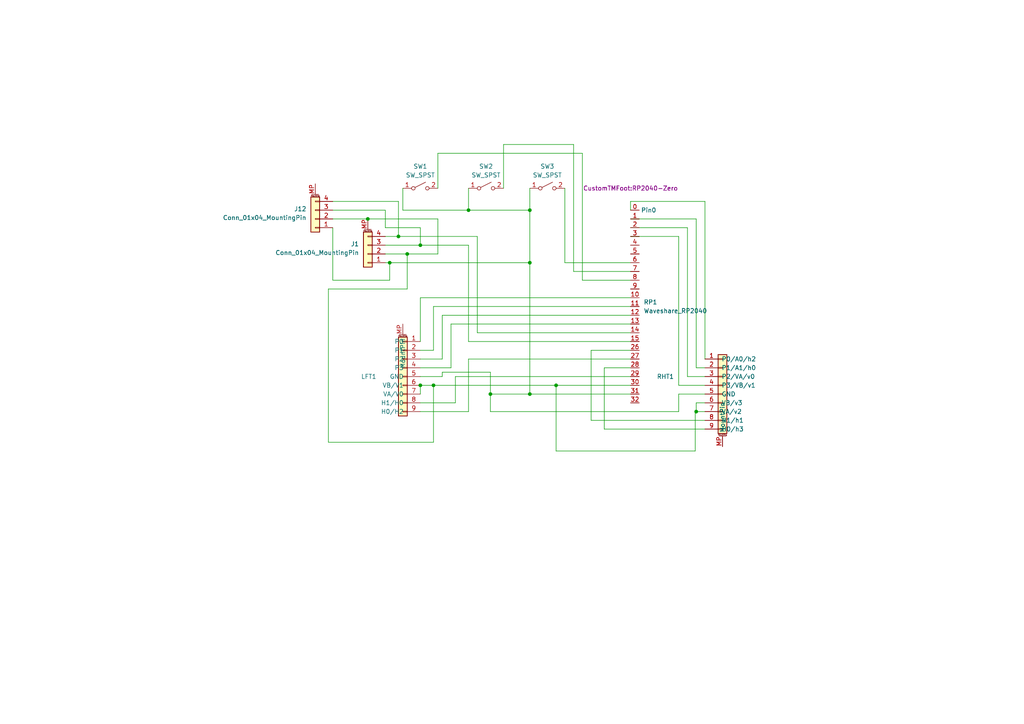
<source format=kicad_sch>
(kicad_sch (version 20211123) (generator eeschema)
  (paper "A4")
  (lib_symbols
    (symbol "Conn_01x09_MountingPin_1" (pin_names (offset 1.016))
      (property "Reference" "J2" (at -19.05 5.08 0))
      (property "Value" "Conn_01x09_MountingPin" (at 7.62 -13.97 0))
      (symbol "Conn_01x09_MountingPin_1_1_1"
        (rectangle (start -1.27 -10.033) (end 0 -10.287) (stroke (width 0.1524)))
        (rectangle (start -1.27 -7.493) (end 0 -7.747) (stroke (width 0.1524)))
        (rectangle (start -1.27 -4.953) (end 0 -5.207) (stroke (width 0.1524)))
        (rectangle (start -1.27 -2.413) (end 0 -2.667) (stroke (width 0.1524)))
        (rectangle (start -1.27 0.127) (end 0 -0.127) (stroke (width 0.1524)))
        (rectangle (start -1.27 2.667) (end 0 2.413) (stroke (width 0.1524)))
        (rectangle (start -1.27 5.207) (end 0 4.953) (stroke (width 0.1524)))
        (rectangle (start -1.27 7.747) (end 0 7.493) (stroke (width 0.1524)))
        (rectangle (start -1.27 10.287) (end 0 10.033) (stroke (width 0.1524)))
        (rectangle (start -1.27 11.43) (end 1.27 -11.43) (stroke (width 0.254)) (fill (type background)))
        (polyline (pts (xy -1.016 -12.192) (xy 1.016 -12.192)) (stroke (width 0.1524)))
        (text "Mounting" (at 0 -11.811 0) (effects (font (size 0.381 0.381))))
        (pin passive line (at -5.08 10.16 0) (length 3.81) (name "P0/A0/h2") (number "1"))
        (pin passive line (at -5.08 7.62 0) (length 3.81) (name "P1/A1/h0") (number "2"))
        (pin passive line (at -5.08 5.08 0) (length 3.81) (name "P2/VA/v0") (number "3"))
        (pin passive line (at -5.08 2.54 0) (length 3.81) (name "P3/VB/v1") (number "4"))
        (pin passive line (at -5.08 0 0) (length 3.81) (name "GND") (number "5"))
        (pin passive line (at -5.08 -2.54 0) (length 3.81) (name "VB/v3") (number "6"))
        (pin passive line (at -5.08 -5.08 0) (length 3.81) (name "VA/v2") (number "7"))
        (pin passive line (at -5.08 -7.62 0) (length 3.81) (name "H1/h1") (number "8"))
        (pin passive line (at -5.08 -10.16 0) (length 3.81) (name "H0/h3") (number "9"))
        (pin passive line (at 0 -15.24 90) (length 3.048) (name "MountPin") (number "MP"))
      )
    )
    (symbol "Connector_Generic_MountingPin:Conn_01x04_MountingPin" (pin_names (offset 1.016) hide)
      (property "Reference" "J" (at 0 5.08 0))
      (property "Value" "Conn_01x04_MountingPin" (at 1.27 -7.62 0))
      (symbol "Conn_01x04_MountingPin_1_1"
        (rectangle (start -1.27 -4.953) (end 0 -5.207) (stroke (width 0.1524)))
        (rectangle (start -1.27 -2.413) (end 0 -2.667) (stroke (width 0.1524)))
        (rectangle (start -1.27 0.127) (end 0 -0.127) (stroke (width 0.1524)))
        (rectangle (start -1.27 2.667) (end 0 2.413) (stroke (width 0.1524)))
        (rectangle (start -1.27 3.81) (end 1.27 -6.35) (stroke (width 0.254)) (fill (type background)))
        (polyline (pts (xy -1.016 -7.112) (xy 1.016 -7.112)) (stroke (width 0.1524)))
        (text "Mounting" (at 0 -6.731 0) (effects (font (size 0.381 0.381))))
        (pin passive line (at -5.08 2.54 0) (length 3.81) (name "Pin_1") (number "1"))
        (pin passive line (at -5.08 0 0) (length 3.81) (name "Pin_2") (number "2"))
        (pin passive line (at -5.08 -2.54 0) (length 3.81) (name "Pin_3") (number "3"))
        (pin passive line (at -5.08 -5.08 0) (length 3.81) (name "Pin_4") (number "4"))
        (pin passive line (at 0 -10.16 90) (length 3.048) (name "MountPin") (number "MP"))
      )
    )
    (symbol "Connector_Generic_MountingPin:Conn_01x09_MountingPin" (pin_names (offset 1.016))
      (property "Reference" "LFT1" (at 7.62 0 0))
      (symbol "Conn_01x09_MountingPin_1_1"
        (rectangle (start -1.27 -10.033) (end 0 -10.287) (stroke (width 0.1524)))
        (rectangle (start -1.27 -7.493) (end 0 -7.747) (stroke (width 0.1524)))
        (rectangle (start -1.27 -4.953) (end 0 -5.207) (stroke (width 0.1524)))
        (rectangle (start -1.27 -2.413) (end 0 -2.667) (stroke (width 0.1524)))
        (rectangle (start -1.27 0.127) (end 0 -0.127) (stroke (width 0.1524)))
        (rectangle (start -1.27 2.667) (end 0 2.413) (stroke (width 0.1524)))
        (rectangle (start -1.27 5.207) (end 0 4.953) (stroke (width 0.1524)))
        (rectangle (start -1.27 7.747) (end 0 7.493) (stroke (width 0.1524)))
        (rectangle (start -1.27 10.287) (end 0 10.033) (stroke (width 0.1524)))
        (rectangle (start -1.27 11.43) (end 1.27 -11.43) (stroke (width 0.254)) (fill (type background)))
        (polyline (pts (xy -1.016 -12.192) (xy 1.016 -12.192)) (stroke (width 0.1524)))
        (text "Mounting" (at 0 -11.811 0) (effects (font (size 0.381 0.381))))
        (pin passive line (at -5.08 -10.16 0) (length 3.81) (name "P0") (number "1"))
        (pin passive line (at -5.08 -7.62 0) (length 3.81) (name "P1") (number "2"))
        (pin passive line (at -5.08 -5.08 0) (length 3.81) (name "P2") (number "3"))
        (pin passive line (at -5.08 -2.54 0) (length 3.81) (name "P3") (number "4"))
        (pin passive line (at -5.08 0 0) (length 3.81) (name "GND") (number "5"))
        (pin passive line (at -5.08 2.54 0) (length 3.81) (name "VB/V1") (number "6"))
        (pin passive line (at -5.08 5.08 0) (length 3.81) (name "VA/V0") (number "7"))
        (pin passive line (at -5.08 7.62 0) (length 3.81) (name "H1/H0") (number "8"))
        (pin passive line (at -5.08 10.16 0) (length 3.81) (name "H0/H2") (number "9"))
        (pin passive line (at 0 -15.24 90) (length 3.048) (name "MountPin") (number "MP"))
      )
    )
    (symbol "Switch:SW_SPST" (pin_names (offset 0) hide)
      (property "Reference" "SW" (at 0 3.175 0))
      (property "Value" "SW_SPST" (at 0 -2.54 0))
      (symbol "SW_SPST_0_0"
        (circle (center -2.032 0) (radius 0.508))
        (polyline (pts (xy -1.524 0.254) (xy 1.524 1.778)))
        (circle (center 2.032 0) (radius 0.508))
      )
      (symbol "SW_SPST_1_1"
        (pin passive line (at -5.08 0 0) (length 2.54) (name "A") (number "1"))
        (pin passive line (at 5.08 0 180) (length 2.54) (name "B") (number "2"))
      )
    )
    (symbol "TMOlib:Waveshare_RP2040"
      (property "Reference" "RP" (at 0 0 0))
      (property "Value" "Waveshare_RP2040" (at 0 0 0))
      (symbol "Waveshare_RP2040_0_0"
        (pin unspecified line (at 0 0 0) (length 2.54) (name "Pin0") (number "0"))
        (pin unspecified line (at 0 -2.54 0) (length 2.54) (name "") (number "1"))
        (pin unspecified line (at 0 -25.4 0) (length 2.54) (name "") (number "10"))
        (pin unspecified line (at 0 -27.94 0) (length 2.54) (name "") (number "11"))
        (pin unspecified line (at 0 -30.48 0) (length 2.54) (name "") (number "12"))
        (pin unspecified line (at 0 -33.02 0) (length 2.54) (name "") (number "13"))
        (pin unspecified line (at 0 -35.56 0) (length 2.54) (name "") (number "14"))
        (pin unspecified line (at 0 -38.1 0) (length 2.54) (name "") (number "15"))
        (pin unspecified line (at 0 -5.08 0) (length 2.54) (name "") (number "2"))
        (pin unspecified line (at 0 -40.64 0) (length 2.54) (name "") (number "26"))
        (pin unspecified line (at 0 -43.18 0) (length 2.54) (name "") (number "27"))
        (pin unspecified line (at 0 -45.72 0) (length 2.54) (name "") (number "28"))
        (pin unspecified line (at 0 -48.26 0) (length 2.54) (name "") (number "29"))
        (pin unspecified line (at 0 -7.62 0) (length 2.54) (name "") (number "3"))
        (pin unspecified line (at 0 -50.8 0) (length 2.54) (name "") (number "30"))
        (pin unspecified line (at 0 -53.34 0) (length 2.54) (name "") (number "31"))
        (pin unspecified line (at 0 -55.88 0) (length 2.54) (name "") (number "32"))
        (pin unspecified line (at 0 -10.16 0) (length 2.54) (name "") (number "4"))
        (pin unspecified line (at 0 -12.7 0) (length 2.54) (name "") (number "5"))
        (pin unspecified line (at 0 -15.24 0) (length 2.54) (name "") (number "6"))
        (pin unspecified line (at 0 -17.78 0) (length 2.54) (name "") (number "7"))
        (pin unspecified line (at 0 -20.32 0) (length 2.54) (name "") (number "8"))
        (pin unspecified line (at 0 -22.86 0) (length 2.54) (name "") (number "9"))
      )
    )
  )
  (junction (at 113.03 76.2))
  (junction (at 153.67 114.3))
  (junction (at 106.68 63.5))
  (junction (at 153.67 76.2))
  (junction (at 121.92 71.12))
  (junction (at 153.67 60.96))
  (junction (at 161.29 111.76))
  (junction (at 121.92 111.76))
  (junction (at 115.57 68.58))
  (junction (at 142.24 114.3))
  (junction (at 125.73 111.76))
  (junction (at 201.93 119.38))
  (junction (at 135.89 60.96))
  (junction (at 118.11 73.66))
  (wire (pts (xy 204.47 114.3) (xy 196.85 114.3)))
  (wire (pts (xy 166.37 41.91) (xy 166.37 78.74)))
  (wire (pts (xy 182.88 99.06) (xy 135.89 99.06)))
  (wire (pts (xy 121.92 111.76) (xy 125.73 111.76)))
  (wire (pts (xy 182.88 88.9) (xy 125.73 88.9)))
  (wire (pts (xy 171.45 121.92) (xy 204.47 121.92)))
  (wire (pts (xy 182.88 58.42) (xy 204.47 58.42)))
  (wire (pts (xy 182.88 86.36) (xy 121.92 86.36)))
  (wire (pts (xy 182.88 104.14) (xy 135.89 104.14)))
  (wire (pts (xy 201.93 116.84) (xy 201.93 119.38)))
  (wire (pts (xy 204.47 116.84) (xy 201.93 116.84)))
  (wire (pts (xy 182.88 114.3) (xy 153.67 114.3)))
  (wire (pts (xy 135.89 119.38) (xy 121.92 119.38)))
  (wire (pts (xy 196.85 68.58) (xy 196.85 111.76)))
  (wire (pts (xy 128.27 91.44) (xy 128.27 104.14)))
  (wire (pts (xy 168.91 81.28) (xy 182.88 81.28)))
  (wire (pts (xy 153.67 114.3) (xy 153.67 76.2)))
  (wire (pts (xy 132.08 109.22) (xy 132.08 116.84)))
  (wire (pts (xy 121.92 106.68) (xy 130.81 106.68)))
  (wire (pts (xy 121.92 111.76) (xy 121.92 114.3)))
  (wire (pts (xy 196.85 114.3) (xy 196.85 119.38)))
  (wire (pts (xy 118.11 73.66) (xy 111.76 73.66)))
  (wire (pts (xy 135.89 99.06) (xy 135.89 71.12)))
  (wire (pts (xy 204.47 58.42) (xy 204.47 104.14)))
  (wire (pts (xy 161.29 130.81) (xy 161.29 111.76)))
  (wire (pts (xy 182.88 93.98) (xy 130.81 93.98)))
  (wire (pts (xy 182.88 68.58) (xy 196.85 68.58)))
  (wire (pts (xy 127 54.61) (xy 127 44.45)))
  (wire (pts (xy 168.91 44.45) (xy 168.91 81.28)))
  (wire (pts (xy 199.39 109.22) (xy 204.47 109.22)))
  (wire (pts (xy 201.93 106.68) (xy 204.47 106.68)))
  (wire (pts (xy 163.83 54.61) (xy 163.83 76.2)))
  (wire (pts (xy 115.57 58.42) (xy 115.57 68.58)))
  (wire (pts (xy 175.26 106.68) (xy 175.26 124.46)))
  (wire (pts (xy 96.52 66.04) (xy 96.52 81.28)))
  (wire (pts (xy 142.24 107.95) (xy 128.27 107.95)))
  (wire (pts (xy 111.76 60.96) (xy 111.76 66.04)))
  (wire (pts (xy 182.88 60.96) (xy 182.88 58.42)))
  (wire (pts (xy 128.27 109.22) (xy 121.92 109.22)))
  (wire (pts (xy 118.11 83.82) (xy 118.11 73.66)))
  (wire (pts (xy 142.24 114.3) (xy 153.67 114.3)))
  (wire (pts (xy 125.73 128.27) (xy 95.25 128.27)))
  (wire (pts (xy 182.88 101.6) (xy 171.45 101.6)))
  (wire (pts (xy 128.27 107.95) (xy 128.27 109.22)))
  (wire (pts (xy 113.03 81.28) (xy 113.03 76.2)))
  (wire (pts (xy 125.73 88.9) (xy 125.73 101.6)))
  (wire (pts (xy 142.24 119.38) (xy 142.24 114.3)))
  (wire (pts (xy 196.85 119.38) (xy 142.24 119.38)))
  (wire (pts (xy 121.92 86.36) (xy 121.92 99.06)))
  (wire (pts (xy 171.45 101.6) (xy 171.45 121.92)))
  (wire (pts (xy 135.89 54.61) (xy 135.89 60.96)))
  (wire (pts (xy 135.89 71.12) (xy 121.92 71.12)))
  (wire (pts (xy 116.84 60.96) (xy 135.89 60.96)))
  (wire (pts (xy 182.88 66.04) (xy 199.39 66.04)))
  (wire (pts (xy 96.52 63.5) (xy 106.68 63.5)))
  (wire (pts (xy 182.88 63.5) (xy 201.93 63.5)))
  (wire (pts (xy 135.89 104.14) (xy 135.89 119.38)))
  (wire (pts (xy 135.89 60.96) (xy 153.67 60.96)))
  (wire (pts (xy 142.24 114.3) (xy 142.24 107.95)))
  (wire (pts (xy 125.73 111.76) (xy 125.73 128.27)))
  (wire (pts (xy 153.67 76.2) (xy 153.67 60.96)))
  (wire (pts (xy 166.37 78.74) (xy 182.88 78.74)))
  (wire (pts (xy 111.76 76.2) (xy 113.03 76.2)))
  (wire (pts (xy 146.05 54.61) (xy 146.05 41.91)))
  (wire (pts (xy 196.85 111.76) (xy 204.47 111.76)))
  (wire (pts (xy 121.92 66.04) (xy 121.92 71.12)))
  (wire (pts (xy 199.39 66.04) (xy 199.39 109.22)))
  (wire (pts (xy 116.84 54.61) (xy 116.84 60.96)))
  (wire (pts (xy 201.6442 130.81) (xy 161.29 130.81)))
  (wire (pts (xy 113.03 76.2) (xy 153.67 76.2)))
  (wire (pts (xy 106.68 63.5) (xy 127 63.5)))
  (wire (pts (xy 204.47 119.38) (xy 201.93 119.38)))
  (wire (pts (xy 175.26 124.46) (xy 204.47 124.46)))
  (wire (pts (xy 182.88 106.68) (xy 175.26 106.68)))
  (wire (pts (xy 121.92 71.12) (xy 111.76 71.12)))
  (wire (pts (xy 182.88 96.52) (xy 138.43 96.52)))
  (wire (pts (xy 127 63.5) (xy 127 73.66)))
  (wire (pts (xy 127 44.45) (xy 168.91 44.45)))
  (wire (pts (xy 138.43 96.52) (xy 138.43 68.58)))
  (wire (pts (xy 146.05 41.91) (xy 166.37 41.91)))
  (wire (pts (xy 182.88 91.44) (xy 128.27 91.44)))
  (wire (pts (xy 201.93 63.5) (xy 201.93 106.68)))
  (wire (pts (xy 96.52 60.96) (xy 111.76 60.96)))
  (wire (pts (xy 132.08 116.84) (xy 121.92 116.84)))
  (wire (pts (xy 95.25 128.27) (xy 95.25 83.82)))
  (wire (pts (xy 182.88 109.22) (xy 132.08 109.22)))
  (wire (pts (xy 125.73 111.76) (xy 161.29 111.76)))
  (wire (pts (xy 130.81 93.98) (xy 130.81 106.68)))
  (wire (pts (xy 161.29 111.76) (xy 182.88 111.76)))
  (wire (pts (xy 95.25 83.82) (xy 118.11 83.82)))
  (wire (pts (xy 115.57 68.58) (xy 111.76 68.58)))
  (wire (pts (xy 125.73 101.6) (xy 121.92 101.6)))
  (wire (pts (xy 96.52 81.28) (xy 113.03 81.28)))
  (wire (pts (xy 163.83 76.2) (xy 182.88 76.2)))
  (wire (pts (xy 121.92 104.14) (xy 128.27 104.14)))
  (wire (pts (xy 138.43 68.58) (xy 115.57 68.58)))
  (wire (pts (xy 96.52 58.42) (xy 115.57 58.42)))
  (wire (pts (xy 127 73.66) (xy 118.11 73.66)))
  (wire (pts (xy 201.93 119.38) (xy 201.6442 119.38)))
  (wire (pts (xy 111.76 66.04) (xy 121.92 66.04)))
  (wire (pts (xy 153.67 60.96) (xy 153.67 54.61)))
  (wire (pts (xy 201.6442 119.38) (xy 201.6442 130.81)))
  (symbol (lib_name "Conn_01x09_MountingPin_1") (lib_id "Connector_Generic_MountingPin:Conn_01x09_MountingPin") (at 209.55 114.3 0) (unit 1)
    (property "Reference" "RHT1" (at 190.5 109.22 0) (effects (justify left)))
    (property "Value" "Conn_01x09_MountingPin" (effects hide))
    (property "Footprint" "Connector_PinHeader_2.54mm:PinHeader_1x09_P2.54mm_Vertical" (effects hide))
  )
  (symbol (lib_id "Connector_Generic_MountingPin:Conn_01x04_MountingPin") (at 91.44 63.5 180) (unit 1)
    (property "Reference" "J12" (at 88.9 60.6043 0) (effects (justify left)))
    (property "Value" "Conn_01x04_MountingPin" (at 88.9 63.1443 0) (effects (justify left)))
    (property "Footprint" "Connector_PinHeader_2.54mm:PinHeader_1x04_P2.54mm_Vertical" (effects hide))
  )
  (symbol (lib_id "Switch:SW_SPST") (at 121.92 54.61 0) (unit 1)
    (property "Reference" "SW1" (at 121.92 48.26 0))
    (property "Value" "SW_SPST" (at 121.92 50.8 0))
    (property "Footprint" "Button_Switch_THT:SW_PUSH_6mm" (effects hide))
  )
  (symbol (lib_id "Switch:SW_SPST") (at 158.75 54.61 0) (unit 1)
    (property "Reference" "SW3" (at 158.75 48.26 0))
    (property "Value" "SW_SPST" (at 158.75 50.8 0))
    (property "Footprint" "Button_Switch_THT:SW_PUSH_6mm" (effects hide))
  )
  (symbol (lib_id "Switch:SW_SPST") (at 140.97 54.61 0) (unit 1)
    (property "Reference" "SW2" (at 140.97 48.26 0))
    (property "Value" "SW_SPST" (at 140.97 50.8 0))
    (property "Footprint" "Button_Switch_THT:SW_PUSH_6mm" (effects hide))
  )
  (symbol (lib_id "Connector_Generic_MountingPin:Conn_01x09_MountingPin") (at 116.84 109.22 180) (unit 1)
    (property "Reference" "LFT1" (at 109.22 109.22 0) (effects (justify left)))
    (property "Value" "Conn_01x09_MountingPin" (effects hide))
    (property "Footprint" "Connector_PinHeader_2.54mm:PinHeader_1x09_P2.54mm_Vertical" (effects hide))
  )
  (symbol (lib_id "Connector_Generic_MountingPin:Conn_01x04_MountingPin") (at 106.68 73.66 180) (unit 1)
    (property "Reference" "J1" (at 104.14 70.7643 0) (effects (justify left)))
    (property "Value" "Conn_01x04_MountingPin" (at 104.14 73.3043 0) (effects (justify left)))
    (property "Footprint" "Connector_PinHeader_2.54mm:PinHeader_1x04_P2.54mm_Vertical" (effects hide))
  )
  (symbol (lib_id "TMOlib:Waveshare_RP2040") (at 182.88 60.96 0) (unit 1)
    (property "Reference" "RP1" (at 186.69 87.6299 0) (effects (justify left)))
    (property "Value" "Waveshare_RP2040" (at 186.69 90.1699 0) (effects (justify left)))
    (property "Footprint" "CustomTMFoot:RP2040-Zero" (at 182.88 54.61 0))
  )
)
</source>
